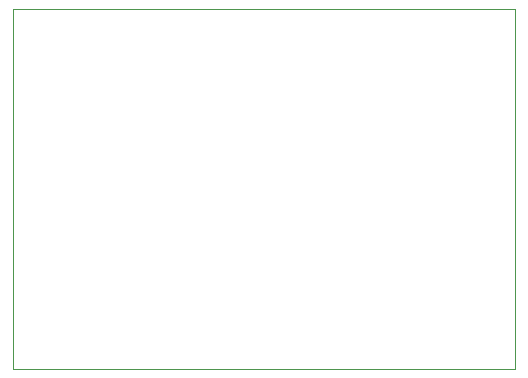
<source format=gbr>
G04 #@! TF.GenerationSoftware,KiCad,Pcbnew,5.1.5-52549c5~84~ubuntu18.04.1*
G04 #@! TF.CreationDate,2020-03-31T23:43:49+01:00*
G04 #@! TF.ProjectId,OverdrivePedal_RevB,4f766572-6472-4697-9665-506564616c5f,RevB*
G04 #@! TF.SameCoordinates,Original*
G04 #@! TF.FileFunction,Profile,NP*
%FSLAX46Y46*%
G04 Gerber Fmt 4.6, Leading zero omitted, Abs format (unit mm)*
G04 Created by KiCad (PCBNEW 5.1.5-52549c5~84~ubuntu18.04.1) date 2020-03-31 23:43:49*
%MOMM*%
%LPD*%
G04 APERTURE LIST*
%ADD10C,0.050000*%
G04 APERTURE END LIST*
D10*
X165760400Y-111125000D02*
X123215400Y-111125000D01*
X165760400Y-80645000D02*
X165760400Y-111125000D01*
X123215400Y-80645000D02*
X165760400Y-80645000D01*
X123215400Y-111125000D02*
X123215400Y-80645000D01*
M02*

</source>
